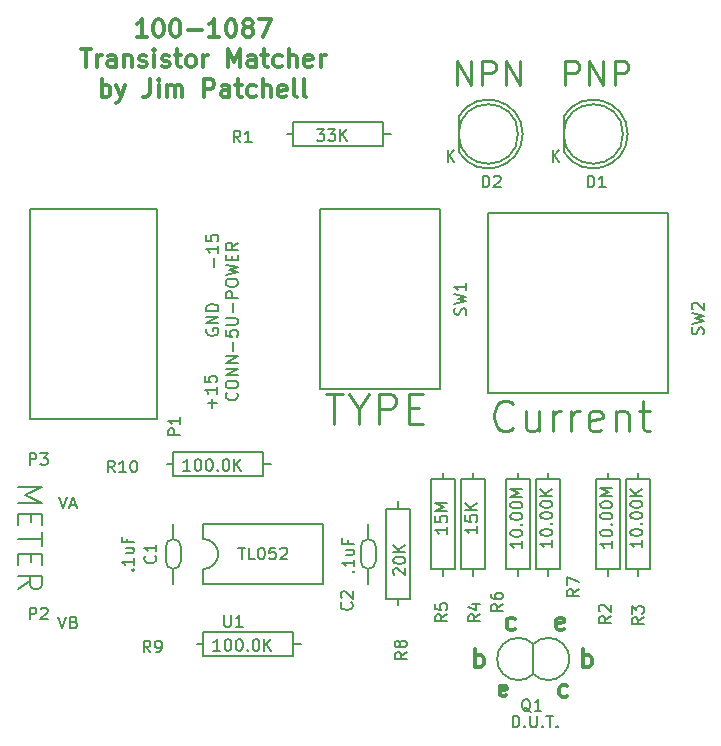
<source format=gbr>
G04 #@! TF.FileFunction,Legend,Top*
%FSLAX46Y46*%
G04 Gerber Fmt 4.6, Leading zero omitted, Abs format (unit mm)*
G04 Created by KiCad (PCBNEW (2016-03-22 BZR 6643, Git db8c72c)-product) date 4/2/2016 6:33:22 PM*
%MOMM*%
G01*
G04 APERTURE LIST*
%ADD10C,0.100000*%
%ADD11C,0.203200*%
%ADD12C,0.300000*%
%ADD13C,0.150000*%
%ADD14C,0.254000*%
G04 APERTURE END LIST*
D10*
D11*
X98648762Y-90817096D02*
X100680762Y-90817096D01*
X99229333Y-91494429D01*
X100680762Y-92171762D01*
X98648762Y-92171762D01*
X99713143Y-93139382D02*
X99713143Y-93816715D01*
X98648762Y-94107001D02*
X98648762Y-93139382D01*
X100680762Y-93139382D01*
X100680762Y-94107001D01*
X100680762Y-94687572D02*
X100680762Y-95848715D01*
X98648762Y-95268143D02*
X100680762Y-95268143D01*
X99713143Y-96526048D02*
X99713143Y-97203381D01*
X98648762Y-97493667D02*
X98648762Y-96526048D01*
X100680762Y-96526048D01*
X100680762Y-97493667D01*
X98648762Y-99525666D02*
X99616381Y-98848333D01*
X98648762Y-98364524D02*
X100680762Y-98364524D01*
X100680762Y-99138619D01*
X100584000Y-99332143D01*
X100487238Y-99428904D01*
X100293714Y-99525666D01*
X100003429Y-99525666D01*
X99809905Y-99428904D01*
X99713143Y-99332143D01*
X99616381Y-99138619D01*
X99616381Y-98364524D01*
D12*
X109514287Y-52738571D02*
X108657144Y-52738571D01*
X109085716Y-52738571D02*
X109085716Y-51238571D01*
X108942859Y-51452857D01*
X108800001Y-51595714D01*
X108657144Y-51667143D01*
X110442858Y-51238571D02*
X110585715Y-51238571D01*
X110728572Y-51310000D01*
X110800001Y-51381429D01*
X110871430Y-51524286D01*
X110942858Y-51810000D01*
X110942858Y-52167143D01*
X110871430Y-52452857D01*
X110800001Y-52595714D01*
X110728572Y-52667143D01*
X110585715Y-52738571D01*
X110442858Y-52738571D01*
X110300001Y-52667143D01*
X110228572Y-52595714D01*
X110157144Y-52452857D01*
X110085715Y-52167143D01*
X110085715Y-51810000D01*
X110157144Y-51524286D01*
X110228572Y-51381429D01*
X110300001Y-51310000D01*
X110442858Y-51238571D01*
X111871429Y-51238571D02*
X112014286Y-51238571D01*
X112157143Y-51310000D01*
X112228572Y-51381429D01*
X112300001Y-51524286D01*
X112371429Y-51810000D01*
X112371429Y-52167143D01*
X112300001Y-52452857D01*
X112228572Y-52595714D01*
X112157143Y-52667143D01*
X112014286Y-52738571D01*
X111871429Y-52738571D01*
X111728572Y-52667143D01*
X111657143Y-52595714D01*
X111585715Y-52452857D01*
X111514286Y-52167143D01*
X111514286Y-51810000D01*
X111585715Y-51524286D01*
X111657143Y-51381429D01*
X111728572Y-51310000D01*
X111871429Y-51238571D01*
X113014286Y-52167143D02*
X114157143Y-52167143D01*
X115657143Y-52738571D02*
X114800000Y-52738571D01*
X115228572Y-52738571D02*
X115228572Y-51238571D01*
X115085715Y-51452857D01*
X114942857Y-51595714D01*
X114800000Y-51667143D01*
X116585714Y-51238571D02*
X116728571Y-51238571D01*
X116871428Y-51310000D01*
X116942857Y-51381429D01*
X117014286Y-51524286D01*
X117085714Y-51810000D01*
X117085714Y-52167143D01*
X117014286Y-52452857D01*
X116942857Y-52595714D01*
X116871428Y-52667143D01*
X116728571Y-52738571D01*
X116585714Y-52738571D01*
X116442857Y-52667143D01*
X116371428Y-52595714D01*
X116300000Y-52452857D01*
X116228571Y-52167143D01*
X116228571Y-51810000D01*
X116300000Y-51524286D01*
X116371428Y-51381429D01*
X116442857Y-51310000D01*
X116585714Y-51238571D01*
X117942857Y-51881429D02*
X117799999Y-51810000D01*
X117728571Y-51738571D01*
X117657142Y-51595714D01*
X117657142Y-51524286D01*
X117728571Y-51381429D01*
X117799999Y-51310000D01*
X117942857Y-51238571D01*
X118228571Y-51238571D01*
X118371428Y-51310000D01*
X118442857Y-51381429D01*
X118514285Y-51524286D01*
X118514285Y-51595714D01*
X118442857Y-51738571D01*
X118371428Y-51810000D01*
X118228571Y-51881429D01*
X117942857Y-51881429D01*
X117799999Y-51952857D01*
X117728571Y-52024286D01*
X117657142Y-52167143D01*
X117657142Y-52452857D01*
X117728571Y-52595714D01*
X117799999Y-52667143D01*
X117942857Y-52738571D01*
X118228571Y-52738571D01*
X118371428Y-52667143D01*
X118442857Y-52595714D01*
X118514285Y-52452857D01*
X118514285Y-52167143D01*
X118442857Y-52024286D01*
X118371428Y-51952857D01*
X118228571Y-51881429D01*
X119014285Y-51238571D02*
X120014285Y-51238571D01*
X119371428Y-52738571D01*
X103942857Y-53788571D02*
X104800000Y-53788571D01*
X104371429Y-55288571D02*
X104371429Y-53788571D01*
X105300000Y-55288571D02*
X105300000Y-54288571D01*
X105300000Y-54574286D02*
X105371428Y-54431429D01*
X105442857Y-54360000D01*
X105585714Y-54288571D01*
X105728571Y-54288571D01*
X106871428Y-55288571D02*
X106871428Y-54502857D01*
X106799999Y-54360000D01*
X106657142Y-54288571D01*
X106371428Y-54288571D01*
X106228571Y-54360000D01*
X106871428Y-55217143D02*
X106728571Y-55288571D01*
X106371428Y-55288571D01*
X106228571Y-55217143D01*
X106157142Y-55074286D01*
X106157142Y-54931429D01*
X106228571Y-54788571D01*
X106371428Y-54717143D01*
X106728571Y-54717143D01*
X106871428Y-54645714D01*
X107585714Y-54288571D02*
X107585714Y-55288571D01*
X107585714Y-54431429D02*
X107657142Y-54360000D01*
X107800000Y-54288571D01*
X108014285Y-54288571D01*
X108157142Y-54360000D01*
X108228571Y-54502857D01*
X108228571Y-55288571D01*
X108871428Y-55217143D02*
X109014285Y-55288571D01*
X109300000Y-55288571D01*
X109442857Y-55217143D01*
X109514285Y-55074286D01*
X109514285Y-55002857D01*
X109442857Y-54860000D01*
X109300000Y-54788571D01*
X109085714Y-54788571D01*
X108942857Y-54717143D01*
X108871428Y-54574286D01*
X108871428Y-54502857D01*
X108942857Y-54360000D01*
X109085714Y-54288571D01*
X109300000Y-54288571D01*
X109442857Y-54360000D01*
X110157143Y-55288571D02*
X110157143Y-54288571D01*
X110157143Y-53788571D02*
X110085714Y-53860000D01*
X110157143Y-53931429D01*
X110228571Y-53860000D01*
X110157143Y-53788571D01*
X110157143Y-53931429D01*
X110800000Y-55217143D02*
X110942857Y-55288571D01*
X111228572Y-55288571D01*
X111371429Y-55217143D01*
X111442857Y-55074286D01*
X111442857Y-55002857D01*
X111371429Y-54860000D01*
X111228572Y-54788571D01*
X111014286Y-54788571D01*
X110871429Y-54717143D01*
X110800000Y-54574286D01*
X110800000Y-54502857D01*
X110871429Y-54360000D01*
X111014286Y-54288571D01*
X111228572Y-54288571D01*
X111371429Y-54360000D01*
X111871429Y-54288571D02*
X112442858Y-54288571D01*
X112085715Y-53788571D02*
X112085715Y-55074286D01*
X112157143Y-55217143D01*
X112300001Y-55288571D01*
X112442858Y-55288571D01*
X113157144Y-55288571D02*
X113014286Y-55217143D01*
X112942858Y-55145714D01*
X112871429Y-55002857D01*
X112871429Y-54574286D01*
X112942858Y-54431429D01*
X113014286Y-54360000D01*
X113157144Y-54288571D01*
X113371429Y-54288571D01*
X113514286Y-54360000D01*
X113585715Y-54431429D01*
X113657144Y-54574286D01*
X113657144Y-55002857D01*
X113585715Y-55145714D01*
X113514286Y-55217143D01*
X113371429Y-55288571D01*
X113157144Y-55288571D01*
X114300001Y-55288571D02*
X114300001Y-54288571D01*
X114300001Y-54574286D02*
X114371429Y-54431429D01*
X114442858Y-54360000D01*
X114585715Y-54288571D01*
X114728572Y-54288571D01*
X116371429Y-55288571D02*
X116371429Y-53788571D01*
X116871429Y-54860000D01*
X117371429Y-53788571D01*
X117371429Y-55288571D01*
X118728572Y-55288571D02*
X118728572Y-54502857D01*
X118657143Y-54360000D01*
X118514286Y-54288571D01*
X118228572Y-54288571D01*
X118085715Y-54360000D01*
X118728572Y-55217143D02*
X118585715Y-55288571D01*
X118228572Y-55288571D01*
X118085715Y-55217143D01*
X118014286Y-55074286D01*
X118014286Y-54931429D01*
X118085715Y-54788571D01*
X118228572Y-54717143D01*
X118585715Y-54717143D01*
X118728572Y-54645714D01*
X119228572Y-54288571D02*
X119800001Y-54288571D01*
X119442858Y-53788571D02*
X119442858Y-55074286D01*
X119514286Y-55217143D01*
X119657144Y-55288571D01*
X119800001Y-55288571D01*
X120942858Y-55217143D02*
X120800001Y-55288571D01*
X120514287Y-55288571D01*
X120371429Y-55217143D01*
X120300001Y-55145714D01*
X120228572Y-55002857D01*
X120228572Y-54574286D01*
X120300001Y-54431429D01*
X120371429Y-54360000D01*
X120514287Y-54288571D01*
X120800001Y-54288571D01*
X120942858Y-54360000D01*
X121585715Y-55288571D02*
X121585715Y-53788571D01*
X122228572Y-55288571D02*
X122228572Y-54502857D01*
X122157143Y-54360000D01*
X122014286Y-54288571D01*
X121800001Y-54288571D01*
X121657143Y-54360000D01*
X121585715Y-54431429D01*
X123514286Y-55217143D02*
X123371429Y-55288571D01*
X123085715Y-55288571D01*
X122942858Y-55217143D01*
X122871429Y-55074286D01*
X122871429Y-54502857D01*
X122942858Y-54360000D01*
X123085715Y-54288571D01*
X123371429Y-54288571D01*
X123514286Y-54360000D01*
X123585715Y-54502857D01*
X123585715Y-54645714D01*
X122871429Y-54788571D01*
X124228572Y-55288571D02*
X124228572Y-54288571D01*
X124228572Y-54574286D02*
X124300000Y-54431429D01*
X124371429Y-54360000D01*
X124514286Y-54288571D01*
X124657143Y-54288571D01*
X105728572Y-57838571D02*
X105728572Y-56338571D01*
X105728572Y-56910000D02*
X105871429Y-56838571D01*
X106157143Y-56838571D01*
X106300000Y-56910000D01*
X106371429Y-56981429D01*
X106442858Y-57124286D01*
X106442858Y-57552857D01*
X106371429Y-57695714D01*
X106300000Y-57767143D01*
X106157143Y-57838571D01*
X105871429Y-57838571D01*
X105728572Y-57767143D01*
X106942858Y-56838571D02*
X107300001Y-57838571D01*
X107657143Y-56838571D02*
X107300001Y-57838571D01*
X107157143Y-58195714D01*
X107085715Y-58267143D01*
X106942858Y-58338571D01*
X109800000Y-56338571D02*
X109800000Y-57410000D01*
X109728572Y-57624286D01*
X109585715Y-57767143D01*
X109371429Y-57838571D01*
X109228572Y-57838571D01*
X110514286Y-57838571D02*
X110514286Y-56838571D01*
X110514286Y-56338571D02*
X110442857Y-56410000D01*
X110514286Y-56481429D01*
X110585714Y-56410000D01*
X110514286Y-56338571D01*
X110514286Y-56481429D01*
X111228572Y-57838571D02*
X111228572Y-56838571D01*
X111228572Y-56981429D02*
X111300000Y-56910000D01*
X111442858Y-56838571D01*
X111657143Y-56838571D01*
X111800000Y-56910000D01*
X111871429Y-57052857D01*
X111871429Y-57838571D01*
X111871429Y-57052857D02*
X111942858Y-56910000D01*
X112085715Y-56838571D01*
X112300000Y-56838571D01*
X112442858Y-56910000D01*
X112514286Y-57052857D01*
X112514286Y-57838571D01*
X114371429Y-57838571D02*
X114371429Y-56338571D01*
X114942857Y-56338571D01*
X115085715Y-56410000D01*
X115157143Y-56481429D01*
X115228572Y-56624286D01*
X115228572Y-56838571D01*
X115157143Y-56981429D01*
X115085715Y-57052857D01*
X114942857Y-57124286D01*
X114371429Y-57124286D01*
X116514286Y-57838571D02*
X116514286Y-57052857D01*
X116442857Y-56910000D01*
X116300000Y-56838571D01*
X116014286Y-56838571D01*
X115871429Y-56910000D01*
X116514286Y-57767143D02*
X116371429Y-57838571D01*
X116014286Y-57838571D01*
X115871429Y-57767143D01*
X115800000Y-57624286D01*
X115800000Y-57481429D01*
X115871429Y-57338571D01*
X116014286Y-57267143D01*
X116371429Y-57267143D01*
X116514286Y-57195714D01*
X117014286Y-56838571D02*
X117585715Y-56838571D01*
X117228572Y-56338571D02*
X117228572Y-57624286D01*
X117300000Y-57767143D01*
X117442858Y-57838571D01*
X117585715Y-57838571D01*
X118728572Y-57767143D02*
X118585715Y-57838571D01*
X118300001Y-57838571D01*
X118157143Y-57767143D01*
X118085715Y-57695714D01*
X118014286Y-57552857D01*
X118014286Y-57124286D01*
X118085715Y-56981429D01*
X118157143Y-56910000D01*
X118300001Y-56838571D01*
X118585715Y-56838571D01*
X118728572Y-56910000D01*
X119371429Y-57838571D02*
X119371429Y-56338571D01*
X120014286Y-57838571D02*
X120014286Y-57052857D01*
X119942857Y-56910000D01*
X119800000Y-56838571D01*
X119585715Y-56838571D01*
X119442857Y-56910000D01*
X119371429Y-56981429D01*
X121300000Y-57767143D02*
X121157143Y-57838571D01*
X120871429Y-57838571D01*
X120728572Y-57767143D01*
X120657143Y-57624286D01*
X120657143Y-57052857D01*
X120728572Y-56910000D01*
X120871429Y-56838571D01*
X121157143Y-56838571D01*
X121300000Y-56910000D01*
X121371429Y-57052857D01*
X121371429Y-57195714D01*
X120657143Y-57338571D01*
X122228572Y-57838571D02*
X122085714Y-57767143D01*
X122014286Y-57624286D01*
X122014286Y-56338571D01*
X123014286Y-57838571D02*
X122871428Y-57767143D01*
X122800000Y-57624286D01*
X122800000Y-56338571D01*
X140692143Y-102842143D02*
X140549286Y-102913571D01*
X140263572Y-102913571D01*
X140120714Y-102842143D01*
X140049286Y-102770714D01*
X139977857Y-102627857D01*
X139977857Y-102199286D01*
X140049286Y-102056429D01*
X140120714Y-101985000D01*
X140263572Y-101913571D01*
X140549286Y-101913571D01*
X140692143Y-101985000D01*
X145137143Y-108557143D02*
X144994286Y-108628571D01*
X144708572Y-108628571D01*
X144565714Y-108557143D01*
X144494286Y-108485714D01*
X144422857Y-108342857D01*
X144422857Y-107914286D01*
X144494286Y-107771429D01*
X144565714Y-107700000D01*
X144708572Y-107628571D01*
X144994286Y-107628571D01*
X145137143Y-107700000D01*
X146490572Y-106088571D02*
X146490572Y-104588571D01*
X146490572Y-105160000D02*
X146633429Y-105088571D01*
X146919143Y-105088571D01*
X147062000Y-105160000D01*
X147133429Y-105231429D01*
X147204858Y-105374286D01*
X147204858Y-105802857D01*
X147133429Y-105945714D01*
X147062000Y-106017143D01*
X146919143Y-106088571D01*
X146633429Y-106088571D01*
X146490572Y-106017143D01*
X137346572Y-106088571D02*
X137346572Y-104588571D01*
X137346572Y-105160000D02*
X137489429Y-105088571D01*
X137775143Y-105088571D01*
X137918000Y-105160000D01*
X137989429Y-105231429D01*
X138060858Y-105374286D01*
X138060858Y-105802857D01*
X137989429Y-105945714D01*
X137918000Y-106017143D01*
X137775143Y-106088571D01*
X137489429Y-106088571D01*
X137346572Y-106017143D01*
X144811714Y-102842143D02*
X144668857Y-102913571D01*
X144383143Y-102913571D01*
X144240286Y-102842143D01*
X144168857Y-102699286D01*
X144168857Y-102127857D01*
X144240286Y-101985000D01*
X144383143Y-101913571D01*
X144668857Y-101913571D01*
X144811714Y-101985000D01*
X144883143Y-102127857D01*
X144883143Y-102270714D01*
X144168857Y-102413571D01*
X139941905Y-108464048D02*
X139820953Y-108524524D01*
X139579048Y-108524524D01*
X139458096Y-108464048D01*
X139397620Y-108343095D01*
X139397620Y-107859286D01*
X139458096Y-107738333D01*
X139579048Y-107677857D01*
X139820953Y-107677857D01*
X139941905Y-107738333D01*
X140002382Y-107859286D01*
X140002382Y-107980238D01*
X139397620Y-108101190D01*
D13*
X111125000Y-97155000D02*
G75*
G03X111760000Y-97790000I635000J0D01*
G01*
X111760000Y-97790000D02*
G75*
G03X112395000Y-97155000I0J635000D01*
G01*
X111760000Y-95250000D02*
G75*
G03X111125000Y-95885000I0J-635000D01*
G01*
X112395000Y-95885000D02*
G75*
G03X111760000Y-95250000I-635000J0D01*
G01*
X111125000Y-95885000D02*
X111125000Y-97155000D01*
X112395000Y-95885000D02*
X112395000Y-97155000D01*
X111760000Y-99060000D02*
X111760000Y-97790000D01*
X111760000Y-93980000D02*
X111760000Y-95250000D01*
X128905000Y-95885000D02*
G75*
G03X128270000Y-95250000I-635000J0D01*
G01*
X128270000Y-95250000D02*
G75*
G03X127635000Y-95885000I0J-635000D01*
G01*
X128270000Y-97790000D02*
G75*
G03X128905000Y-97155000I0J635000D01*
G01*
X127635000Y-97155000D02*
G75*
G03X128270000Y-97790000I635000J0D01*
G01*
X128905000Y-97155000D02*
X128905000Y-95885000D01*
X127635000Y-97155000D02*
X127635000Y-95885000D01*
X128270000Y-93980000D02*
X128270000Y-95250000D01*
X128270000Y-99060000D02*
X128270000Y-97790000D01*
X144835112Y-62484904D02*
G75*
G03X144820000Y-59460000I2484888J1524904D01*
G01*
X144820000Y-62460000D02*
X144820000Y-59460000D01*
X149837936Y-60960000D02*
G75*
G03X149837936Y-60960000I-2517936J0D01*
G01*
X135945112Y-62484904D02*
G75*
G03X135930000Y-59460000I2484888J1524904D01*
G01*
X135930000Y-62460000D02*
X135930000Y-59460000D01*
X140947936Y-60960000D02*
G75*
G03X140947936Y-60960000I-2517936J0D01*
G01*
X110413800Y-85090000D02*
X110413800Y-67310000D01*
X110413800Y-67310000D02*
X99618800Y-67310000D01*
X99618800Y-67310000D02*
X99618800Y-85090000D01*
X99618800Y-85090000D02*
X110413800Y-85090000D01*
X121920000Y-59944000D02*
X121920000Y-61976000D01*
X129540000Y-59944000D02*
X129540000Y-61976000D01*
X121920000Y-60960000D02*
X121412000Y-60960000D01*
X130175000Y-60960000D02*
X129540000Y-60960000D01*
X121920000Y-61976000D02*
X129540000Y-61976000D01*
X129540000Y-59944000D02*
X121920000Y-59944000D01*
X149606000Y-90148951D02*
X147574000Y-90148951D01*
X149606000Y-97768951D02*
X147574000Y-97768951D01*
X148590000Y-90148951D02*
X148590000Y-89640951D01*
X148590000Y-98403951D02*
X148590000Y-97768951D01*
X147574000Y-90148951D02*
X147574000Y-97768951D01*
X149606000Y-97768951D02*
X149606000Y-90148951D01*
X152146000Y-90170000D02*
X150114000Y-90170000D01*
X152146000Y-97790000D02*
X150114000Y-97790000D01*
X151130000Y-90170000D02*
X151130000Y-89662000D01*
X151130000Y-98425000D02*
X151130000Y-97790000D01*
X150114000Y-90170000D02*
X150114000Y-97790000D01*
X152146000Y-97790000D02*
X152146000Y-90170000D01*
X138176000Y-90170000D02*
X136144000Y-90170000D01*
X138176000Y-97790000D02*
X136144000Y-97790000D01*
X137160000Y-90170000D02*
X137160000Y-89662000D01*
X137160000Y-98425000D02*
X137160000Y-97790000D01*
X136144000Y-90170000D02*
X136144000Y-97790000D01*
X138176000Y-97790000D02*
X138176000Y-90170000D01*
X135636000Y-90170000D02*
X133604000Y-90170000D01*
X135636000Y-97790000D02*
X133604000Y-97790000D01*
X134620000Y-90170000D02*
X134620000Y-89662000D01*
X134620000Y-98425000D02*
X134620000Y-97790000D01*
X133604000Y-90170000D02*
X133604000Y-97790000D01*
X135636000Y-97790000D02*
X135636000Y-90170000D01*
X141986000Y-90170000D02*
X139954000Y-90170000D01*
X141986000Y-97790000D02*
X139954000Y-97790000D01*
X140970000Y-90170000D02*
X140970000Y-89662000D01*
X140970000Y-98425000D02*
X140970000Y-97790000D01*
X139954000Y-90170000D02*
X139954000Y-97790000D01*
X141986000Y-97790000D02*
X141986000Y-90170000D01*
X144526000Y-90170000D02*
X142494000Y-90170000D01*
X144526000Y-97790000D02*
X142494000Y-97790000D01*
X143510000Y-90170000D02*
X143510000Y-89662000D01*
X143510000Y-98425000D02*
X143510000Y-97790000D01*
X142494000Y-90170000D02*
X142494000Y-97790000D01*
X144526000Y-97790000D02*
X144526000Y-90170000D01*
X129794000Y-100330000D02*
X131826000Y-100330000D01*
X129794000Y-92710000D02*
X131826000Y-92710000D01*
X130810000Y-100330000D02*
X130810000Y-100838000D01*
X130810000Y-92075000D02*
X130810000Y-92710000D01*
X131826000Y-100330000D02*
X131826000Y-92710000D01*
X129794000Y-92710000D02*
X129794000Y-100330000D01*
X114300000Y-103124000D02*
X114300000Y-105156000D01*
X121920000Y-103124000D02*
X121920000Y-105156000D01*
X114300000Y-104140000D02*
X113792000Y-104140000D01*
X122555000Y-104140000D02*
X121920000Y-104140000D01*
X114300000Y-105156000D02*
X121920000Y-105156000D01*
X121920000Y-103124000D02*
X114300000Y-103124000D01*
X111760000Y-87884000D02*
X111760000Y-89916000D01*
X119380000Y-87884000D02*
X119380000Y-89916000D01*
X111760000Y-88900000D02*
X111252000Y-88900000D01*
X120015000Y-88900000D02*
X119380000Y-88900000D01*
X111760000Y-89916000D02*
X119380000Y-89916000D01*
X119380000Y-87884000D02*
X111760000Y-87884000D01*
X124180600Y-82550000D02*
X134340600Y-82550000D01*
X124180600Y-67310000D02*
X124180600Y-82550000D01*
X134340600Y-67310000D02*
X124180600Y-67310000D01*
X134340600Y-82550000D02*
X134340600Y-67310000D01*
X138430000Y-67691000D02*
X138430000Y-82931000D01*
X153670000Y-67691000D02*
X138430000Y-67691000D01*
X153670000Y-82931000D02*
X153670000Y-67691000D01*
X138430000Y-82931000D02*
X153670000Y-82931000D01*
X114300000Y-97790000D02*
G75*
G03X115570000Y-96520000I0J1270000D01*
G01*
X115570000Y-96520000D02*
G75*
G03X114300000Y-95250000I-1270000J0D01*
G01*
X114300000Y-93980000D02*
X114300000Y-95250000D01*
X114300000Y-93980000D02*
X124460000Y-93980000D01*
X124460000Y-93980000D02*
X124460000Y-99060000D01*
X124460000Y-99060000D02*
X114300000Y-99060000D01*
X114300000Y-99060000D02*
X114300000Y-97790000D01*
X142240000Y-106680000D02*
G75*
G03X144780000Y-106680000I1270000J1270000D01*
G01*
X144780000Y-106680000D02*
G75*
G03X144780000Y-104140000I-1270000J1270000D01*
G01*
X144780000Y-104140000D02*
G75*
G03X142240000Y-104140000I-1270000J-1270000D01*
G01*
X142240000Y-104140000D02*
G75*
G03X139700000Y-104140000I-1270000J-1270000D01*
G01*
X139700000Y-104140000D02*
G75*
G03X139700000Y-106680000I1270000J-1270000D01*
G01*
X139700000Y-106680000D02*
G75*
G03X142240000Y-106680000I1270000J1270000D01*
G01*
X142240000Y-106680000D02*
X142240000Y-104140000D01*
X110212143Y-96686666D02*
X110259762Y-96734285D01*
X110307381Y-96877142D01*
X110307381Y-96972380D01*
X110259762Y-97115238D01*
X110164524Y-97210476D01*
X110069286Y-97258095D01*
X109878810Y-97305714D01*
X109735952Y-97305714D01*
X109545476Y-97258095D01*
X109450238Y-97210476D01*
X109355000Y-97115238D01*
X109307381Y-96972380D01*
X109307381Y-96877142D01*
X109355000Y-96734285D01*
X109402619Y-96686666D01*
X110307381Y-95734285D02*
X110307381Y-96305714D01*
X110307381Y-96020000D02*
X109307381Y-96020000D01*
X109450238Y-96115238D01*
X109545476Y-96210476D01*
X109593095Y-96305714D01*
X108307143Y-97877143D02*
X108354762Y-97829524D01*
X108402381Y-97877143D01*
X108354762Y-97924762D01*
X108307143Y-97877143D01*
X108402381Y-97877143D01*
X108402381Y-96877143D02*
X108402381Y-97448572D01*
X108402381Y-97162858D02*
X107402381Y-97162858D01*
X107545238Y-97258096D01*
X107640476Y-97353334D01*
X107688095Y-97448572D01*
X107735714Y-96020000D02*
X108402381Y-96020000D01*
X107735714Y-96448572D02*
X108259524Y-96448572D01*
X108354762Y-96400953D01*
X108402381Y-96305715D01*
X108402381Y-96162857D01*
X108354762Y-96067619D01*
X108307143Y-96020000D01*
X107878571Y-95210476D02*
X107878571Y-95543810D01*
X108402381Y-95543810D02*
X107402381Y-95543810D01*
X107402381Y-95067619D01*
X126849143Y-100623666D02*
X126896762Y-100671285D01*
X126944381Y-100814142D01*
X126944381Y-100909380D01*
X126896762Y-101052238D01*
X126801524Y-101147476D01*
X126706286Y-101195095D01*
X126515810Y-101242714D01*
X126372952Y-101242714D01*
X126182476Y-101195095D01*
X126087238Y-101147476D01*
X125992000Y-101052238D01*
X125944381Y-100909380D01*
X125944381Y-100814142D01*
X125992000Y-100671285D01*
X126039619Y-100623666D01*
X126039619Y-100242714D02*
X125992000Y-100195095D01*
X125944381Y-100099857D01*
X125944381Y-99861761D01*
X125992000Y-99766523D01*
X126039619Y-99718904D01*
X126134857Y-99671285D01*
X126230095Y-99671285D01*
X126372952Y-99718904D01*
X126944381Y-100290333D01*
X126944381Y-99671285D01*
X126976143Y-98004143D02*
X127023762Y-97956524D01*
X127071381Y-98004143D01*
X127023762Y-98051762D01*
X126976143Y-98004143D01*
X127071381Y-98004143D01*
X127071381Y-97004143D02*
X127071381Y-97575572D01*
X127071381Y-97289858D02*
X126071381Y-97289858D01*
X126214238Y-97385096D01*
X126309476Y-97480334D01*
X126357095Y-97575572D01*
X126404714Y-96147000D02*
X127071381Y-96147000D01*
X126404714Y-96575572D02*
X126928524Y-96575572D01*
X127023762Y-96527953D01*
X127071381Y-96432715D01*
X127071381Y-96289857D01*
X127023762Y-96194619D01*
X126976143Y-96147000D01*
X126547571Y-95337476D02*
X126547571Y-95670810D01*
X127071381Y-95670810D02*
X126071381Y-95670810D01*
X126071381Y-95194619D01*
X146835905Y-65476381D02*
X146835905Y-64476381D01*
X147074000Y-64476381D01*
X147216858Y-64524000D01*
X147312096Y-64619238D01*
X147359715Y-64714476D01*
X147407334Y-64904952D01*
X147407334Y-65047810D01*
X147359715Y-65238286D01*
X147312096Y-65333524D01*
X147216858Y-65428762D01*
X147074000Y-65476381D01*
X146835905Y-65476381D01*
X148359715Y-65476381D02*
X147788286Y-65476381D01*
X148074000Y-65476381D02*
X148074000Y-64476381D01*
X147978762Y-64619238D01*
X147883524Y-64714476D01*
X147788286Y-64762095D01*
D14*
X144961429Y-56799238D02*
X144961429Y-54767238D01*
X145735524Y-54767238D01*
X145929048Y-54864000D01*
X146025809Y-54960762D01*
X146122571Y-55154286D01*
X146122571Y-55444571D01*
X146025809Y-55638095D01*
X145929048Y-55734857D01*
X145735524Y-55831619D01*
X144961429Y-55831619D01*
X146993429Y-56799238D02*
X146993429Y-54767238D01*
X148154571Y-56799238D01*
X148154571Y-54767238D01*
X149122191Y-56799238D02*
X149122191Y-54767238D01*
X149896286Y-54767238D01*
X150089810Y-54864000D01*
X150186571Y-54960762D01*
X150283333Y-55154286D01*
X150283333Y-55444571D01*
X150186571Y-55638095D01*
X150089810Y-55734857D01*
X149896286Y-55831619D01*
X149122191Y-55831619D01*
D13*
X143883095Y-63317381D02*
X143883095Y-62317381D01*
X144454524Y-63317381D02*
X144025952Y-62745952D01*
X144454524Y-62317381D02*
X143883095Y-62888810D01*
X137945905Y-65476381D02*
X137945905Y-64476381D01*
X138184000Y-64476381D01*
X138326858Y-64524000D01*
X138422096Y-64619238D01*
X138469715Y-64714476D01*
X138517334Y-64904952D01*
X138517334Y-65047810D01*
X138469715Y-65238286D01*
X138422096Y-65333524D01*
X138326858Y-65428762D01*
X138184000Y-65476381D01*
X137945905Y-65476381D01*
X138898286Y-64571619D02*
X138945905Y-64524000D01*
X139041143Y-64476381D01*
X139279239Y-64476381D01*
X139374477Y-64524000D01*
X139422096Y-64571619D01*
X139469715Y-64666857D01*
X139469715Y-64762095D01*
X139422096Y-64904952D01*
X138850667Y-65476381D01*
X139469715Y-65476381D01*
D14*
X135769048Y-56799238D02*
X135769048Y-54767238D01*
X136930190Y-56799238D01*
X136930190Y-54767238D01*
X137897810Y-56799238D02*
X137897810Y-54767238D01*
X138671905Y-54767238D01*
X138865429Y-54864000D01*
X138962190Y-54960762D01*
X139058952Y-55154286D01*
X139058952Y-55444571D01*
X138962190Y-55638095D01*
X138865429Y-55734857D01*
X138671905Y-55831619D01*
X137897810Y-55831619D01*
X139929810Y-56799238D02*
X139929810Y-54767238D01*
X141090952Y-56799238D01*
X141090952Y-54767238D01*
D13*
X134993095Y-63317381D02*
X134993095Y-62317381D01*
X135564524Y-63317381D02*
X135135952Y-62745952D01*
X135564524Y-62317381D02*
X134993095Y-62888810D01*
X112339381Y-86463095D02*
X111339381Y-86463095D01*
X111339381Y-86082142D01*
X111387000Y-85986904D01*
X111434619Y-85939285D01*
X111529857Y-85891666D01*
X111672714Y-85891666D01*
X111767952Y-85939285D01*
X111815571Y-85986904D01*
X111863190Y-86082142D01*
X111863190Y-86463095D01*
X112339381Y-84939285D02*
X112339381Y-85510714D01*
X112339381Y-85225000D02*
X111339381Y-85225000D01*
X111482238Y-85320238D01*
X111577476Y-85415476D01*
X111625095Y-85510714D01*
X117120943Y-82882618D02*
X117168562Y-82930237D01*
X117216181Y-83073094D01*
X117216181Y-83168332D01*
X117168562Y-83311190D01*
X117073324Y-83406428D01*
X116978086Y-83454047D01*
X116787610Y-83501666D01*
X116644752Y-83501666D01*
X116454276Y-83454047D01*
X116359038Y-83406428D01*
X116263800Y-83311190D01*
X116216181Y-83168332D01*
X116216181Y-83073094D01*
X116263800Y-82930237D01*
X116311419Y-82882618D01*
X116216181Y-82263571D02*
X116216181Y-82073094D01*
X116263800Y-81977856D01*
X116359038Y-81882618D01*
X116549514Y-81834999D01*
X116882848Y-81834999D01*
X117073324Y-81882618D01*
X117168562Y-81977856D01*
X117216181Y-82073094D01*
X117216181Y-82263571D01*
X117168562Y-82358809D01*
X117073324Y-82454047D01*
X116882848Y-82501666D01*
X116549514Y-82501666D01*
X116359038Y-82454047D01*
X116263800Y-82358809D01*
X116216181Y-82263571D01*
X117216181Y-81406428D02*
X116216181Y-81406428D01*
X117216181Y-80834999D01*
X116216181Y-80834999D01*
X117216181Y-80358809D02*
X116216181Y-80358809D01*
X117216181Y-79787380D01*
X116216181Y-79787380D01*
X116835229Y-79311190D02*
X116835229Y-78549285D01*
X116216181Y-77596904D02*
X116216181Y-78073095D01*
X116692371Y-78120714D01*
X116644752Y-78073095D01*
X116597133Y-77977857D01*
X116597133Y-77739761D01*
X116644752Y-77644523D01*
X116692371Y-77596904D01*
X116787610Y-77549285D01*
X117025705Y-77549285D01*
X117120943Y-77596904D01*
X117168562Y-77644523D01*
X117216181Y-77739761D01*
X117216181Y-77977857D01*
X117168562Y-78073095D01*
X117120943Y-78120714D01*
X116216181Y-77120714D02*
X117025705Y-77120714D01*
X117120943Y-77073095D01*
X117168562Y-77025476D01*
X117216181Y-76930238D01*
X117216181Y-76739761D01*
X117168562Y-76644523D01*
X117120943Y-76596904D01*
X117025705Y-76549285D01*
X116216181Y-76549285D01*
X116835229Y-76073095D02*
X116835229Y-75311190D01*
X117216181Y-74835000D02*
X116216181Y-74835000D01*
X116216181Y-74454047D01*
X116263800Y-74358809D01*
X116311419Y-74311190D01*
X116406657Y-74263571D01*
X116549514Y-74263571D01*
X116644752Y-74311190D01*
X116692371Y-74358809D01*
X116739990Y-74454047D01*
X116739990Y-74835000D01*
X116216181Y-73644524D02*
X116216181Y-73454047D01*
X116263800Y-73358809D01*
X116359038Y-73263571D01*
X116549514Y-73215952D01*
X116882848Y-73215952D01*
X117073324Y-73263571D01*
X117168562Y-73358809D01*
X117216181Y-73454047D01*
X117216181Y-73644524D01*
X117168562Y-73739762D01*
X117073324Y-73835000D01*
X116882848Y-73882619D01*
X116549514Y-73882619D01*
X116359038Y-73835000D01*
X116263800Y-73739762D01*
X116216181Y-73644524D01*
X116216181Y-72882619D02*
X117216181Y-72644524D01*
X116501895Y-72454047D01*
X117216181Y-72263571D01*
X116216181Y-72025476D01*
X116692371Y-71644524D02*
X116692371Y-71311190D01*
X117216181Y-71168333D02*
X117216181Y-71644524D01*
X116216181Y-71644524D01*
X116216181Y-71168333D01*
X117216181Y-70168333D02*
X116739990Y-70501667D01*
X117216181Y-70739762D02*
X116216181Y-70739762D01*
X116216181Y-70358809D01*
X116263800Y-70263571D01*
X116311419Y-70215952D01*
X116406657Y-70168333D01*
X116549514Y-70168333D01*
X116644752Y-70215952D01*
X116692371Y-70263571D01*
X116739990Y-70358809D01*
X116739990Y-70739762D01*
X114612800Y-77469904D02*
X114565181Y-77565142D01*
X114565181Y-77707999D01*
X114612800Y-77850857D01*
X114708038Y-77946095D01*
X114803276Y-77993714D01*
X114993752Y-78041333D01*
X115136610Y-78041333D01*
X115327086Y-77993714D01*
X115422324Y-77946095D01*
X115517562Y-77850857D01*
X115565181Y-77707999D01*
X115565181Y-77612761D01*
X115517562Y-77469904D01*
X115469943Y-77422285D01*
X115136610Y-77422285D01*
X115136610Y-77612761D01*
X115565181Y-76993714D02*
X114565181Y-76993714D01*
X115565181Y-76422285D01*
X114565181Y-76422285D01*
X115565181Y-75946095D02*
X114565181Y-75946095D01*
X114565181Y-75708000D01*
X114612800Y-75565142D01*
X114708038Y-75469904D01*
X114803276Y-75422285D01*
X114993752Y-75374666D01*
X115136610Y-75374666D01*
X115327086Y-75422285D01*
X115422324Y-75469904D01*
X115517562Y-75565142D01*
X115565181Y-75708000D01*
X115565181Y-75946095D01*
X115184229Y-72199333D02*
X115184229Y-71437428D01*
X115565181Y-70437428D02*
X115565181Y-71008857D01*
X115565181Y-70723143D02*
X114565181Y-70723143D01*
X114708038Y-70818381D01*
X114803276Y-70913619D01*
X114850895Y-71008857D01*
X114565181Y-69532666D02*
X114565181Y-70008857D01*
X115041371Y-70056476D01*
X114993752Y-70008857D01*
X114946133Y-69913619D01*
X114946133Y-69675523D01*
X114993752Y-69580285D01*
X115041371Y-69532666D01*
X115136610Y-69485047D01*
X115374705Y-69485047D01*
X115469943Y-69532666D01*
X115517562Y-69580285D01*
X115565181Y-69675523D01*
X115565181Y-69913619D01*
X115517562Y-70008857D01*
X115469943Y-70056476D01*
X115057229Y-84137333D02*
X115057229Y-83375428D01*
X115438181Y-83756380D02*
X114676276Y-83756380D01*
X115438181Y-82375428D02*
X115438181Y-82946857D01*
X115438181Y-82661143D02*
X114438181Y-82661143D01*
X114581038Y-82756381D01*
X114676276Y-82851619D01*
X114723895Y-82946857D01*
X114438181Y-81470666D02*
X114438181Y-81946857D01*
X114914371Y-81994476D01*
X114866752Y-81946857D01*
X114819133Y-81851619D01*
X114819133Y-81613523D01*
X114866752Y-81518285D01*
X114914371Y-81470666D01*
X115009610Y-81423047D01*
X115247705Y-81423047D01*
X115342943Y-81470666D01*
X115390562Y-81518285D01*
X115438181Y-81613523D01*
X115438181Y-81851619D01*
X115390562Y-81946857D01*
X115342943Y-81994476D01*
X117435334Y-61666381D02*
X117102000Y-61190190D01*
X116863905Y-61666381D02*
X116863905Y-60666381D01*
X117244858Y-60666381D01*
X117340096Y-60714000D01*
X117387715Y-60761619D01*
X117435334Y-60856857D01*
X117435334Y-60999714D01*
X117387715Y-61094952D01*
X117340096Y-61142571D01*
X117244858Y-61190190D01*
X116863905Y-61190190D01*
X118387715Y-61666381D02*
X117816286Y-61666381D01*
X118102000Y-61666381D02*
X118102000Y-60666381D01*
X118006762Y-60809238D01*
X117911524Y-60904476D01*
X117816286Y-60952095D01*
X123912476Y-60539381D02*
X124531524Y-60539381D01*
X124198190Y-60920333D01*
X124341048Y-60920333D01*
X124436286Y-60967952D01*
X124483905Y-61015571D01*
X124531524Y-61110810D01*
X124531524Y-61348905D01*
X124483905Y-61444143D01*
X124436286Y-61491762D01*
X124341048Y-61539381D01*
X124055333Y-61539381D01*
X123960095Y-61491762D01*
X123912476Y-61444143D01*
X124864857Y-60539381D02*
X125483905Y-60539381D01*
X125150571Y-60920333D01*
X125293429Y-60920333D01*
X125388667Y-60967952D01*
X125436286Y-61015571D01*
X125483905Y-61110810D01*
X125483905Y-61348905D01*
X125436286Y-61444143D01*
X125388667Y-61491762D01*
X125293429Y-61539381D01*
X125007714Y-61539381D01*
X124912476Y-61491762D01*
X124864857Y-61444143D01*
X125912476Y-61539381D02*
X125912476Y-60539381D01*
X126483905Y-61539381D02*
X126055333Y-60967952D01*
X126483905Y-60539381D02*
X125912476Y-61110810D01*
X148788381Y-101766666D02*
X148312190Y-102100000D01*
X148788381Y-102338095D02*
X147788381Y-102338095D01*
X147788381Y-101957142D01*
X147836000Y-101861904D01*
X147883619Y-101814285D01*
X147978857Y-101766666D01*
X148121714Y-101766666D01*
X148216952Y-101814285D01*
X148264571Y-101861904D01*
X148312190Y-101957142D01*
X148312190Y-102338095D01*
X147883619Y-101385714D02*
X147836000Y-101338095D01*
X147788381Y-101242857D01*
X147788381Y-101004761D01*
X147836000Y-100909523D01*
X147883619Y-100861904D01*
X147978857Y-100814285D01*
X148074095Y-100814285D01*
X148216952Y-100861904D01*
X148788381Y-101433333D01*
X148788381Y-100814285D01*
X148915381Y-95403331D02*
X148915381Y-95974760D01*
X148915381Y-95689046D02*
X147915381Y-95689046D01*
X148058238Y-95784284D01*
X148153476Y-95879522D01*
X148201095Y-95974760D01*
X147915381Y-94784284D02*
X147915381Y-94689045D01*
X147963000Y-94593807D01*
X148010619Y-94546188D01*
X148105857Y-94498569D01*
X148296333Y-94450950D01*
X148534429Y-94450950D01*
X148724905Y-94498569D01*
X148820143Y-94546188D01*
X148867762Y-94593807D01*
X148915381Y-94689045D01*
X148915381Y-94784284D01*
X148867762Y-94879522D01*
X148820143Y-94927141D01*
X148724905Y-94974760D01*
X148534429Y-95022379D01*
X148296333Y-95022379D01*
X148105857Y-94974760D01*
X148010619Y-94927141D01*
X147963000Y-94879522D01*
X147915381Y-94784284D01*
X148820143Y-94022379D02*
X148867762Y-93974760D01*
X148915381Y-94022379D01*
X148867762Y-94069998D01*
X148820143Y-94022379D01*
X148915381Y-94022379D01*
X147915381Y-93355713D02*
X147915381Y-93260474D01*
X147963000Y-93165236D01*
X148010619Y-93117617D01*
X148105857Y-93069998D01*
X148296333Y-93022379D01*
X148534429Y-93022379D01*
X148724905Y-93069998D01*
X148820143Y-93117617D01*
X148867762Y-93165236D01*
X148915381Y-93260474D01*
X148915381Y-93355713D01*
X148867762Y-93450951D01*
X148820143Y-93498570D01*
X148724905Y-93546189D01*
X148534429Y-93593808D01*
X148296333Y-93593808D01*
X148105857Y-93546189D01*
X148010619Y-93498570D01*
X147963000Y-93450951D01*
X147915381Y-93355713D01*
X147915381Y-92403332D02*
X147915381Y-92308093D01*
X147963000Y-92212855D01*
X148010619Y-92165236D01*
X148105857Y-92117617D01*
X148296333Y-92069998D01*
X148534429Y-92069998D01*
X148724905Y-92117617D01*
X148820143Y-92165236D01*
X148867762Y-92212855D01*
X148915381Y-92308093D01*
X148915381Y-92403332D01*
X148867762Y-92498570D01*
X148820143Y-92546189D01*
X148724905Y-92593808D01*
X148534429Y-92641427D01*
X148296333Y-92641427D01*
X148105857Y-92593808D01*
X148010619Y-92546189D01*
X147963000Y-92498570D01*
X147915381Y-92403332D01*
X148915381Y-91641427D02*
X147915381Y-91641427D01*
X148629667Y-91308093D01*
X147915381Y-90974760D01*
X148915381Y-90974760D01*
X151582381Y-101893666D02*
X151106190Y-102227000D01*
X151582381Y-102465095D02*
X150582381Y-102465095D01*
X150582381Y-102084142D01*
X150630000Y-101988904D01*
X150677619Y-101941285D01*
X150772857Y-101893666D01*
X150915714Y-101893666D01*
X151010952Y-101941285D01*
X151058571Y-101988904D01*
X151106190Y-102084142D01*
X151106190Y-102465095D01*
X150582381Y-101560333D02*
X150582381Y-100941285D01*
X150963333Y-101274619D01*
X150963333Y-101131761D01*
X151010952Y-101036523D01*
X151058571Y-100988904D01*
X151153810Y-100941285D01*
X151391905Y-100941285D01*
X151487143Y-100988904D01*
X151534762Y-101036523D01*
X151582381Y-101131761D01*
X151582381Y-101417476D01*
X151534762Y-101512714D01*
X151487143Y-101560333D01*
X151455381Y-95352952D02*
X151455381Y-95924381D01*
X151455381Y-95638667D02*
X150455381Y-95638667D01*
X150598238Y-95733905D01*
X150693476Y-95829143D01*
X150741095Y-95924381D01*
X150455381Y-94733905D02*
X150455381Y-94638666D01*
X150503000Y-94543428D01*
X150550619Y-94495809D01*
X150645857Y-94448190D01*
X150836333Y-94400571D01*
X151074429Y-94400571D01*
X151264905Y-94448190D01*
X151360143Y-94495809D01*
X151407762Y-94543428D01*
X151455381Y-94638666D01*
X151455381Y-94733905D01*
X151407762Y-94829143D01*
X151360143Y-94876762D01*
X151264905Y-94924381D01*
X151074429Y-94972000D01*
X150836333Y-94972000D01*
X150645857Y-94924381D01*
X150550619Y-94876762D01*
X150503000Y-94829143D01*
X150455381Y-94733905D01*
X151360143Y-93972000D02*
X151407762Y-93924381D01*
X151455381Y-93972000D01*
X151407762Y-94019619D01*
X151360143Y-93972000D01*
X151455381Y-93972000D01*
X150455381Y-93305334D02*
X150455381Y-93210095D01*
X150503000Y-93114857D01*
X150550619Y-93067238D01*
X150645857Y-93019619D01*
X150836333Y-92972000D01*
X151074429Y-92972000D01*
X151264905Y-93019619D01*
X151360143Y-93067238D01*
X151407762Y-93114857D01*
X151455381Y-93210095D01*
X151455381Y-93305334D01*
X151407762Y-93400572D01*
X151360143Y-93448191D01*
X151264905Y-93495810D01*
X151074429Y-93543429D01*
X150836333Y-93543429D01*
X150645857Y-93495810D01*
X150550619Y-93448191D01*
X150503000Y-93400572D01*
X150455381Y-93305334D01*
X150455381Y-92352953D02*
X150455381Y-92257714D01*
X150503000Y-92162476D01*
X150550619Y-92114857D01*
X150645857Y-92067238D01*
X150836333Y-92019619D01*
X151074429Y-92019619D01*
X151264905Y-92067238D01*
X151360143Y-92114857D01*
X151407762Y-92162476D01*
X151455381Y-92257714D01*
X151455381Y-92352953D01*
X151407762Y-92448191D01*
X151360143Y-92495810D01*
X151264905Y-92543429D01*
X151074429Y-92591048D01*
X150836333Y-92591048D01*
X150645857Y-92543429D01*
X150550619Y-92495810D01*
X150503000Y-92448191D01*
X150455381Y-92352953D01*
X151455381Y-91591048D02*
X150455381Y-91591048D01*
X151455381Y-91019619D02*
X150883952Y-91448191D01*
X150455381Y-91019619D02*
X151026810Y-91591048D01*
X137739381Y-101639666D02*
X137263190Y-101973000D01*
X137739381Y-102211095D02*
X136739381Y-102211095D01*
X136739381Y-101830142D01*
X136787000Y-101734904D01*
X136834619Y-101687285D01*
X136929857Y-101639666D01*
X137072714Y-101639666D01*
X137167952Y-101687285D01*
X137215571Y-101734904D01*
X137263190Y-101830142D01*
X137263190Y-102211095D01*
X137072714Y-100782523D02*
X137739381Y-100782523D01*
X136691762Y-101020619D02*
X137406048Y-101258714D01*
X137406048Y-100639666D01*
X137485381Y-94162476D02*
X137485381Y-94733905D01*
X137485381Y-94448191D02*
X136485381Y-94448191D01*
X136628238Y-94543429D01*
X136723476Y-94638667D01*
X136771095Y-94733905D01*
X136485381Y-93257714D02*
X136485381Y-93733905D01*
X136961571Y-93781524D01*
X136913952Y-93733905D01*
X136866333Y-93638667D01*
X136866333Y-93400571D01*
X136913952Y-93305333D01*
X136961571Y-93257714D01*
X137056810Y-93210095D01*
X137294905Y-93210095D01*
X137390143Y-93257714D01*
X137437762Y-93305333D01*
X137485381Y-93400571D01*
X137485381Y-93638667D01*
X137437762Y-93733905D01*
X137390143Y-93781524D01*
X137485381Y-92781524D02*
X136485381Y-92781524D01*
X137485381Y-92210095D02*
X136913952Y-92638667D01*
X136485381Y-92210095D02*
X137056810Y-92781524D01*
X134945381Y-101639666D02*
X134469190Y-101973000D01*
X134945381Y-102211095D02*
X133945381Y-102211095D01*
X133945381Y-101830142D01*
X133993000Y-101734904D01*
X134040619Y-101687285D01*
X134135857Y-101639666D01*
X134278714Y-101639666D01*
X134373952Y-101687285D01*
X134421571Y-101734904D01*
X134469190Y-101830142D01*
X134469190Y-102211095D01*
X133945381Y-100734904D02*
X133945381Y-101211095D01*
X134421571Y-101258714D01*
X134373952Y-101211095D01*
X134326333Y-101115857D01*
X134326333Y-100877761D01*
X134373952Y-100782523D01*
X134421571Y-100734904D01*
X134516810Y-100687285D01*
X134754905Y-100687285D01*
X134850143Y-100734904D01*
X134897762Y-100782523D01*
X134945381Y-100877761D01*
X134945381Y-101115857D01*
X134897762Y-101211095D01*
X134850143Y-101258714D01*
X134945381Y-94233904D02*
X134945381Y-94805333D01*
X134945381Y-94519619D02*
X133945381Y-94519619D01*
X134088238Y-94614857D01*
X134183476Y-94710095D01*
X134231095Y-94805333D01*
X133945381Y-93329142D02*
X133945381Y-93805333D01*
X134421571Y-93852952D01*
X134373952Y-93805333D01*
X134326333Y-93710095D01*
X134326333Y-93471999D01*
X134373952Y-93376761D01*
X134421571Y-93329142D01*
X134516810Y-93281523D01*
X134754905Y-93281523D01*
X134850143Y-93329142D01*
X134897762Y-93376761D01*
X134945381Y-93471999D01*
X134945381Y-93710095D01*
X134897762Y-93805333D01*
X134850143Y-93852952D01*
X134945381Y-92852952D02*
X133945381Y-92852952D01*
X134659667Y-92519618D01*
X133945381Y-92186285D01*
X134945381Y-92186285D01*
X139644381Y-100750666D02*
X139168190Y-101084000D01*
X139644381Y-101322095D02*
X138644381Y-101322095D01*
X138644381Y-100941142D01*
X138692000Y-100845904D01*
X138739619Y-100798285D01*
X138834857Y-100750666D01*
X138977714Y-100750666D01*
X139072952Y-100798285D01*
X139120571Y-100845904D01*
X139168190Y-100941142D01*
X139168190Y-101322095D01*
X138644381Y-99893523D02*
X138644381Y-100084000D01*
X138692000Y-100179238D01*
X138739619Y-100226857D01*
X138882476Y-100322095D01*
X139072952Y-100369714D01*
X139453905Y-100369714D01*
X139549143Y-100322095D01*
X139596762Y-100274476D01*
X139644381Y-100179238D01*
X139644381Y-99988761D01*
X139596762Y-99893523D01*
X139549143Y-99845904D01*
X139453905Y-99798285D01*
X139215810Y-99798285D01*
X139120571Y-99845904D01*
X139072952Y-99893523D01*
X139025333Y-99988761D01*
X139025333Y-100179238D01*
X139072952Y-100274476D01*
X139120571Y-100322095D01*
X139215810Y-100369714D01*
X141295381Y-95424380D02*
X141295381Y-95995809D01*
X141295381Y-95710095D02*
X140295381Y-95710095D01*
X140438238Y-95805333D01*
X140533476Y-95900571D01*
X140581095Y-95995809D01*
X140295381Y-94805333D02*
X140295381Y-94710094D01*
X140343000Y-94614856D01*
X140390619Y-94567237D01*
X140485857Y-94519618D01*
X140676333Y-94471999D01*
X140914429Y-94471999D01*
X141104905Y-94519618D01*
X141200143Y-94567237D01*
X141247762Y-94614856D01*
X141295381Y-94710094D01*
X141295381Y-94805333D01*
X141247762Y-94900571D01*
X141200143Y-94948190D01*
X141104905Y-94995809D01*
X140914429Y-95043428D01*
X140676333Y-95043428D01*
X140485857Y-94995809D01*
X140390619Y-94948190D01*
X140343000Y-94900571D01*
X140295381Y-94805333D01*
X141200143Y-94043428D02*
X141247762Y-93995809D01*
X141295381Y-94043428D01*
X141247762Y-94091047D01*
X141200143Y-94043428D01*
X141295381Y-94043428D01*
X140295381Y-93376762D02*
X140295381Y-93281523D01*
X140343000Y-93186285D01*
X140390619Y-93138666D01*
X140485857Y-93091047D01*
X140676333Y-93043428D01*
X140914429Y-93043428D01*
X141104905Y-93091047D01*
X141200143Y-93138666D01*
X141247762Y-93186285D01*
X141295381Y-93281523D01*
X141295381Y-93376762D01*
X141247762Y-93472000D01*
X141200143Y-93519619D01*
X141104905Y-93567238D01*
X140914429Y-93614857D01*
X140676333Y-93614857D01*
X140485857Y-93567238D01*
X140390619Y-93519619D01*
X140343000Y-93472000D01*
X140295381Y-93376762D01*
X140295381Y-92424381D02*
X140295381Y-92329142D01*
X140343000Y-92233904D01*
X140390619Y-92186285D01*
X140485857Y-92138666D01*
X140676333Y-92091047D01*
X140914429Y-92091047D01*
X141104905Y-92138666D01*
X141200143Y-92186285D01*
X141247762Y-92233904D01*
X141295381Y-92329142D01*
X141295381Y-92424381D01*
X141247762Y-92519619D01*
X141200143Y-92567238D01*
X141104905Y-92614857D01*
X140914429Y-92662476D01*
X140676333Y-92662476D01*
X140485857Y-92614857D01*
X140390619Y-92567238D01*
X140343000Y-92519619D01*
X140295381Y-92424381D01*
X141295381Y-91662476D02*
X140295381Y-91662476D01*
X141009667Y-91329142D01*
X140295381Y-90995809D01*
X141295381Y-90995809D01*
X146121381Y-99480666D02*
X145645190Y-99814000D01*
X146121381Y-100052095D02*
X145121381Y-100052095D01*
X145121381Y-99671142D01*
X145169000Y-99575904D01*
X145216619Y-99528285D01*
X145311857Y-99480666D01*
X145454714Y-99480666D01*
X145549952Y-99528285D01*
X145597571Y-99575904D01*
X145645190Y-99671142D01*
X145645190Y-100052095D01*
X145121381Y-99147333D02*
X145121381Y-98480666D01*
X146121381Y-98909238D01*
X143835381Y-95352952D02*
X143835381Y-95924381D01*
X143835381Y-95638667D02*
X142835381Y-95638667D01*
X142978238Y-95733905D01*
X143073476Y-95829143D01*
X143121095Y-95924381D01*
X142835381Y-94733905D02*
X142835381Y-94638666D01*
X142883000Y-94543428D01*
X142930619Y-94495809D01*
X143025857Y-94448190D01*
X143216333Y-94400571D01*
X143454429Y-94400571D01*
X143644905Y-94448190D01*
X143740143Y-94495809D01*
X143787762Y-94543428D01*
X143835381Y-94638666D01*
X143835381Y-94733905D01*
X143787762Y-94829143D01*
X143740143Y-94876762D01*
X143644905Y-94924381D01*
X143454429Y-94972000D01*
X143216333Y-94972000D01*
X143025857Y-94924381D01*
X142930619Y-94876762D01*
X142883000Y-94829143D01*
X142835381Y-94733905D01*
X143740143Y-93972000D02*
X143787762Y-93924381D01*
X143835381Y-93972000D01*
X143787762Y-94019619D01*
X143740143Y-93972000D01*
X143835381Y-93972000D01*
X142835381Y-93305334D02*
X142835381Y-93210095D01*
X142883000Y-93114857D01*
X142930619Y-93067238D01*
X143025857Y-93019619D01*
X143216333Y-92972000D01*
X143454429Y-92972000D01*
X143644905Y-93019619D01*
X143740143Y-93067238D01*
X143787762Y-93114857D01*
X143835381Y-93210095D01*
X143835381Y-93305334D01*
X143787762Y-93400572D01*
X143740143Y-93448191D01*
X143644905Y-93495810D01*
X143454429Y-93543429D01*
X143216333Y-93543429D01*
X143025857Y-93495810D01*
X142930619Y-93448191D01*
X142883000Y-93400572D01*
X142835381Y-93305334D01*
X142835381Y-92352953D02*
X142835381Y-92257714D01*
X142883000Y-92162476D01*
X142930619Y-92114857D01*
X143025857Y-92067238D01*
X143216333Y-92019619D01*
X143454429Y-92019619D01*
X143644905Y-92067238D01*
X143740143Y-92114857D01*
X143787762Y-92162476D01*
X143835381Y-92257714D01*
X143835381Y-92352953D01*
X143787762Y-92448191D01*
X143740143Y-92495810D01*
X143644905Y-92543429D01*
X143454429Y-92591048D01*
X143216333Y-92591048D01*
X143025857Y-92543429D01*
X142930619Y-92495810D01*
X142883000Y-92448191D01*
X142835381Y-92352953D01*
X143835381Y-91591048D02*
X142835381Y-91591048D01*
X143835381Y-91019619D02*
X143263952Y-91448191D01*
X142835381Y-91019619D02*
X143406810Y-91591048D01*
X131516381Y-104814666D02*
X131040190Y-105148000D01*
X131516381Y-105386095D02*
X130516381Y-105386095D01*
X130516381Y-105005142D01*
X130564000Y-104909904D01*
X130611619Y-104862285D01*
X130706857Y-104814666D01*
X130849714Y-104814666D01*
X130944952Y-104862285D01*
X130992571Y-104909904D01*
X131040190Y-105005142D01*
X131040190Y-105386095D01*
X130944952Y-104243238D02*
X130897333Y-104338476D01*
X130849714Y-104386095D01*
X130754476Y-104433714D01*
X130706857Y-104433714D01*
X130611619Y-104386095D01*
X130564000Y-104338476D01*
X130516381Y-104243238D01*
X130516381Y-104052761D01*
X130564000Y-103957523D01*
X130611619Y-103909904D01*
X130706857Y-103862285D01*
X130754476Y-103862285D01*
X130849714Y-103909904D01*
X130897333Y-103957523D01*
X130944952Y-104052761D01*
X130944952Y-104243238D01*
X130992571Y-104338476D01*
X131040190Y-104386095D01*
X131135429Y-104433714D01*
X131325905Y-104433714D01*
X131421143Y-104386095D01*
X131468762Y-104338476D01*
X131516381Y-104243238D01*
X131516381Y-104052761D01*
X131468762Y-103957523D01*
X131421143Y-103909904D01*
X131325905Y-103862285D01*
X131135429Y-103862285D01*
X131040190Y-103909904D01*
X130992571Y-103957523D01*
X130944952Y-104052761D01*
X130484619Y-98289905D02*
X130437000Y-98242286D01*
X130389381Y-98147048D01*
X130389381Y-97908952D01*
X130437000Y-97813714D01*
X130484619Y-97766095D01*
X130579857Y-97718476D01*
X130675095Y-97718476D01*
X130817952Y-97766095D01*
X131389381Y-98337524D01*
X131389381Y-97718476D01*
X130389381Y-97099429D02*
X130389381Y-97004190D01*
X130437000Y-96908952D01*
X130484619Y-96861333D01*
X130579857Y-96813714D01*
X130770333Y-96766095D01*
X131008429Y-96766095D01*
X131198905Y-96813714D01*
X131294143Y-96861333D01*
X131341762Y-96908952D01*
X131389381Y-97004190D01*
X131389381Y-97099429D01*
X131341762Y-97194667D01*
X131294143Y-97242286D01*
X131198905Y-97289905D01*
X131008429Y-97337524D01*
X130770333Y-97337524D01*
X130579857Y-97289905D01*
X130484619Y-97242286D01*
X130437000Y-97194667D01*
X130389381Y-97099429D01*
X131389381Y-96337524D02*
X130389381Y-96337524D01*
X131389381Y-95766095D02*
X130817952Y-96194667D01*
X130389381Y-95766095D02*
X130960810Y-96337524D01*
X109815334Y-104846381D02*
X109482000Y-104370190D01*
X109243905Y-104846381D02*
X109243905Y-103846381D01*
X109624858Y-103846381D01*
X109720096Y-103894000D01*
X109767715Y-103941619D01*
X109815334Y-104036857D01*
X109815334Y-104179714D01*
X109767715Y-104274952D01*
X109720096Y-104322571D01*
X109624858Y-104370190D01*
X109243905Y-104370190D01*
X110291524Y-104846381D02*
X110482000Y-104846381D01*
X110577239Y-104798762D01*
X110624858Y-104751143D01*
X110720096Y-104608286D01*
X110767715Y-104417810D01*
X110767715Y-104036857D01*
X110720096Y-103941619D01*
X110672477Y-103894000D01*
X110577239Y-103846381D01*
X110386762Y-103846381D01*
X110291524Y-103894000D01*
X110243905Y-103941619D01*
X110196286Y-104036857D01*
X110196286Y-104274952D01*
X110243905Y-104370190D01*
X110291524Y-104417810D01*
X110386762Y-104465429D01*
X110577239Y-104465429D01*
X110672477Y-104417810D01*
X110720096Y-104370190D01*
X110767715Y-104274952D01*
X115721048Y-104719381D02*
X115149619Y-104719381D01*
X115435333Y-104719381D02*
X115435333Y-103719381D01*
X115340095Y-103862238D01*
X115244857Y-103957476D01*
X115149619Y-104005095D01*
X116340095Y-103719381D02*
X116435334Y-103719381D01*
X116530572Y-103767000D01*
X116578191Y-103814619D01*
X116625810Y-103909857D01*
X116673429Y-104100333D01*
X116673429Y-104338429D01*
X116625810Y-104528905D01*
X116578191Y-104624143D01*
X116530572Y-104671762D01*
X116435334Y-104719381D01*
X116340095Y-104719381D01*
X116244857Y-104671762D01*
X116197238Y-104624143D01*
X116149619Y-104528905D01*
X116102000Y-104338429D01*
X116102000Y-104100333D01*
X116149619Y-103909857D01*
X116197238Y-103814619D01*
X116244857Y-103767000D01*
X116340095Y-103719381D01*
X117292476Y-103719381D02*
X117387715Y-103719381D01*
X117482953Y-103767000D01*
X117530572Y-103814619D01*
X117578191Y-103909857D01*
X117625810Y-104100333D01*
X117625810Y-104338429D01*
X117578191Y-104528905D01*
X117530572Y-104624143D01*
X117482953Y-104671762D01*
X117387715Y-104719381D01*
X117292476Y-104719381D01*
X117197238Y-104671762D01*
X117149619Y-104624143D01*
X117102000Y-104528905D01*
X117054381Y-104338429D01*
X117054381Y-104100333D01*
X117102000Y-103909857D01*
X117149619Y-103814619D01*
X117197238Y-103767000D01*
X117292476Y-103719381D01*
X118054381Y-104624143D02*
X118102000Y-104671762D01*
X118054381Y-104719381D01*
X118006762Y-104671762D01*
X118054381Y-104624143D01*
X118054381Y-104719381D01*
X118721047Y-103719381D02*
X118816286Y-103719381D01*
X118911524Y-103767000D01*
X118959143Y-103814619D01*
X119006762Y-103909857D01*
X119054381Y-104100333D01*
X119054381Y-104338429D01*
X119006762Y-104528905D01*
X118959143Y-104624143D01*
X118911524Y-104671762D01*
X118816286Y-104719381D01*
X118721047Y-104719381D01*
X118625809Y-104671762D01*
X118578190Y-104624143D01*
X118530571Y-104528905D01*
X118482952Y-104338429D01*
X118482952Y-104100333D01*
X118530571Y-103909857D01*
X118578190Y-103814619D01*
X118625809Y-103767000D01*
X118721047Y-103719381D01*
X119482952Y-104719381D02*
X119482952Y-103719381D01*
X120054381Y-104719381D02*
X119625809Y-104147952D01*
X120054381Y-103719381D02*
X119482952Y-104290810D01*
X106799143Y-89606381D02*
X106465809Y-89130190D01*
X106227714Y-89606381D02*
X106227714Y-88606381D01*
X106608667Y-88606381D01*
X106703905Y-88654000D01*
X106751524Y-88701619D01*
X106799143Y-88796857D01*
X106799143Y-88939714D01*
X106751524Y-89034952D01*
X106703905Y-89082571D01*
X106608667Y-89130190D01*
X106227714Y-89130190D01*
X107751524Y-89606381D02*
X107180095Y-89606381D01*
X107465809Y-89606381D02*
X107465809Y-88606381D01*
X107370571Y-88749238D01*
X107275333Y-88844476D01*
X107180095Y-88892095D01*
X108370571Y-88606381D02*
X108465810Y-88606381D01*
X108561048Y-88654000D01*
X108608667Y-88701619D01*
X108656286Y-88796857D01*
X108703905Y-88987333D01*
X108703905Y-89225429D01*
X108656286Y-89415905D01*
X108608667Y-89511143D01*
X108561048Y-89558762D01*
X108465810Y-89606381D01*
X108370571Y-89606381D01*
X108275333Y-89558762D01*
X108227714Y-89511143D01*
X108180095Y-89415905D01*
X108132476Y-89225429D01*
X108132476Y-88987333D01*
X108180095Y-88796857D01*
X108227714Y-88701619D01*
X108275333Y-88654000D01*
X108370571Y-88606381D01*
X113181048Y-89479381D02*
X112609619Y-89479381D01*
X112895333Y-89479381D02*
X112895333Y-88479381D01*
X112800095Y-88622238D01*
X112704857Y-88717476D01*
X112609619Y-88765095D01*
X113800095Y-88479381D02*
X113895334Y-88479381D01*
X113990572Y-88527000D01*
X114038191Y-88574619D01*
X114085810Y-88669857D01*
X114133429Y-88860333D01*
X114133429Y-89098429D01*
X114085810Y-89288905D01*
X114038191Y-89384143D01*
X113990572Y-89431762D01*
X113895334Y-89479381D01*
X113800095Y-89479381D01*
X113704857Y-89431762D01*
X113657238Y-89384143D01*
X113609619Y-89288905D01*
X113562000Y-89098429D01*
X113562000Y-88860333D01*
X113609619Y-88669857D01*
X113657238Y-88574619D01*
X113704857Y-88527000D01*
X113800095Y-88479381D01*
X114752476Y-88479381D02*
X114847715Y-88479381D01*
X114942953Y-88527000D01*
X114990572Y-88574619D01*
X115038191Y-88669857D01*
X115085810Y-88860333D01*
X115085810Y-89098429D01*
X115038191Y-89288905D01*
X114990572Y-89384143D01*
X114942953Y-89431762D01*
X114847715Y-89479381D01*
X114752476Y-89479381D01*
X114657238Y-89431762D01*
X114609619Y-89384143D01*
X114562000Y-89288905D01*
X114514381Y-89098429D01*
X114514381Y-88860333D01*
X114562000Y-88669857D01*
X114609619Y-88574619D01*
X114657238Y-88527000D01*
X114752476Y-88479381D01*
X115514381Y-89384143D02*
X115562000Y-89431762D01*
X115514381Y-89479381D01*
X115466762Y-89431762D01*
X115514381Y-89384143D01*
X115514381Y-89479381D01*
X116181047Y-88479381D02*
X116276286Y-88479381D01*
X116371524Y-88527000D01*
X116419143Y-88574619D01*
X116466762Y-88669857D01*
X116514381Y-88860333D01*
X116514381Y-89098429D01*
X116466762Y-89288905D01*
X116419143Y-89384143D01*
X116371524Y-89431762D01*
X116276286Y-89479381D01*
X116181047Y-89479381D01*
X116085809Y-89431762D01*
X116038190Y-89384143D01*
X115990571Y-89288905D01*
X115942952Y-89098429D01*
X115942952Y-88860333D01*
X115990571Y-88669857D01*
X116038190Y-88574619D01*
X116085809Y-88527000D01*
X116181047Y-88479381D01*
X116942952Y-89479381D02*
X116942952Y-88479381D01*
X117514381Y-89479381D02*
X117085809Y-88907952D01*
X117514381Y-88479381D02*
X116942952Y-89050810D01*
X136515362Y-76263333D02*
X136562981Y-76120476D01*
X136562981Y-75882380D01*
X136515362Y-75787142D01*
X136467743Y-75739523D01*
X136372505Y-75691904D01*
X136277267Y-75691904D01*
X136182029Y-75739523D01*
X136134410Y-75787142D01*
X136086790Y-75882380D01*
X136039171Y-76072857D01*
X135991552Y-76168095D01*
X135943933Y-76215714D01*
X135848695Y-76263333D01*
X135753457Y-76263333D01*
X135658219Y-76215714D01*
X135610600Y-76168095D01*
X135562981Y-76072857D01*
X135562981Y-75834761D01*
X135610600Y-75691904D01*
X135562981Y-75358571D02*
X136562981Y-75120476D01*
X135848695Y-74929999D01*
X136562981Y-74739523D01*
X135562981Y-74501428D01*
X136562981Y-73596666D02*
X136562981Y-74168095D01*
X136562981Y-73882381D02*
X135562981Y-73882381D01*
X135705838Y-73977619D01*
X135801076Y-74072857D01*
X135848695Y-74168095D01*
D14*
X124671667Y-82937048D02*
X126123095Y-82937048D01*
X125397381Y-85477048D02*
X125397381Y-82937048D01*
X127453571Y-84267524D02*
X127453571Y-85477048D01*
X126606905Y-82937048D02*
X127453571Y-84267524D01*
X128300238Y-82937048D01*
X129146905Y-85477048D02*
X129146905Y-82937048D01*
X130114524Y-82937048D01*
X130356429Y-83058000D01*
X130477381Y-83178952D01*
X130598333Y-83420857D01*
X130598333Y-83783714D01*
X130477381Y-84025619D01*
X130356429Y-84146571D01*
X130114524Y-84267524D01*
X129146905Y-84267524D01*
X131686905Y-84146571D02*
X132533572Y-84146571D01*
X132896429Y-85477048D02*
X131686905Y-85477048D01*
X131686905Y-82937048D01*
X132896429Y-82937048D01*
D13*
X156614762Y-77914333D02*
X156662381Y-77771476D01*
X156662381Y-77533380D01*
X156614762Y-77438142D01*
X156567143Y-77390523D01*
X156471905Y-77342904D01*
X156376667Y-77342904D01*
X156281429Y-77390523D01*
X156233810Y-77438142D01*
X156186190Y-77533380D01*
X156138571Y-77723857D01*
X156090952Y-77819095D01*
X156043333Y-77866714D01*
X155948095Y-77914333D01*
X155852857Y-77914333D01*
X155757619Y-77866714D01*
X155710000Y-77819095D01*
X155662381Y-77723857D01*
X155662381Y-77485761D01*
X155710000Y-77342904D01*
X155662381Y-77009571D02*
X156662381Y-76771476D01*
X155948095Y-76580999D01*
X156662381Y-76390523D01*
X155662381Y-76152428D01*
X155757619Y-75819095D02*
X155710000Y-75771476D01*
X155662381Y-75676238D01*
X155662381Y-75438142D01*
X155710000Y-75342904D01*
X155757619Y-75295285D01*
X155852857Y-75247666D01*
X155948095Y-75247666D01*
X156090952Y-75295285D01*
X156662381Y-75866714D01*
X156662381Y-75247666D01*
D14*
X140516428Y-85870143D02*
X140395476Y-85991095D01*
X140032619Y-86112048D01*
X139790714Y-86112048D01*
X139427857Y-85991095D01*
X139185952Y-85749190D01*
X139065000Y-85507286D01*
X138944048Y-85023476D01*
X138944048Y-84660619D01*
X139065000Y-84176810D01*
X139185952Y-83934905D01*
X139427857Y-83693000D01*
X139790714Y-83572048D01*
X140032619Y-83572048D01*
X140395476Y-83693000D01*
X140516428Y-83813952D01*
X142693571Y-84418714D02*
X142693571Y-86112048D01*
X141605000Y-84418714D02*
X141605000Y-85749190D01*
X141725952Y-85991095D01*
X141967857Y-86112048D01*
X142330714Y-86112048D01*
X142572619Y-85991095D01*
X142693571Y-85870143D01*
X143903095Y-86112048D02*
X143903095Y-84418714D01*
X143903095Y-84902524D02*
X144024047Y-84660619D01*
X144145000Y-84539667D01*
X144386904Y-84418714D01*
X144628809Y-84418714D01*
X145475476Y-86112048D02*
X145475476Y-84418714D01*
X145475476Y-84902524D02*
X145596428Y-84660619D01*
X145717381Y-84539667D01*
X145959285Y-84418714D01*
X146201190Y-84418714D01*
X148015476Y-85991095D02*
X147773571Y-86112048D01*
X147289762Y-86112048D01*
X147047857Y-85991095D01*
X146926905Y-85749190D01*
X146926905Y-84781571D01*
X147047857Y-84539667D01*
X147289762Y-84418714D01*
X147773571Y-84418714D01*
X148015476Y-84539667D01*
X148136428Y-84781571D01*
X148136428Y-85023476D01*
X146926905Y-85265381D01*
X149225000Y-84418714D02*
X149225000Y-86112048D01*
X149225000Y-84660619D02*
X149345952Y-84539667D01*
X149587857Y-84418714D01*
X149950714Y-84418714D01*
X150192619Y-84539667D01*
X150313571Y-84781571D01*
X150313571Y-86112048D01*
X151160238Y-84418714D02*
X152127857Y-84418714D01*
X151523095Y-83572048D02*
X151523095Y-85749190D01*
X151644047Y-85991095D01*
X151885952Y-86112048D01*
X152127857Y-86112048D01*
D13*
X116078095Y-101687381D02*
X116078095Y-102496905D01*
X116125714Y-102592143D01*
X116173333Y-102639762D01*
X116268571Y-102687381D01*
X116459048Y-102687381D01*
X116554286Y-102639762D01*
X116601905Y-102592143D01*
X116649524Y-102496905D01*
X116649524Y-101687381D01*
X117649524Y-102687381D02*
X117078095Y-102687381D01*
X117363809Y-102687381D02*
X117363809Y-101687381D01*
X117268571Y-101830238D01*
X117173333Y-101925476D01*
X117078095Y-101973095D01*
X117260952Y-95972381D02*
X117832381Y-95972381D01*
X117546666Y-96972381D02*
X117546666Y-95972381D01*
X118641905Y-96972381D02*
X118165714Y-96972381D01*
X118165714Y-95972381D01*
X119165714Y-95972381D02*
X119260953Y-95972381D01*
X119356191Y-96020000D01*
X119403810Y-96067619D01*
X119451429Y-96162857D01*
X119499048Y-96353333D01*
X119499048Y-96591429D01*
X119451429Y-96781905D01*
X119403810Y-96877143D01*
X119356191Y-96924762D01*
X119260953Y-96972381D01*
X119165714Y-96972381D01*
X119070476Y-96924762D01*
X119022857Y-96877143D01*
X118975238Y-96781905D01*
X118927619Y-96591429D01*
X118927619Y-96353333D01*
X118975238Y-96162857D01*
X119022857Y-96067619D01*
X119070476Y-96020000D01*
X119165714Y-95972381D01*
X120403810Y-95972381D02*
X119927619Y-95972381D01*
X119880000Y-96448571D01*
X119927619Y-96400952D01*
X120022857Y-96353333D01*
X120260953Y-96353333D01*
X120356191Y-96400952D01*
X120403810Y-96448571D01*
X120451429Y-96543810D01*
X120451429Y-96781905D01*
X120403810Y-96877143D01*
X120356191Y-96924762D01*
X120260953Y-96972381D01*
X120022857Y-96972381D01*
X119927619Y-96924762D01*
X119880000Y-96877143D01*
X120832381Y-96067619D02*
X120880000Y-96020000D01*
X120975238Y-95972381D01*
X121213334Y-95972381D01*
X121308572Y-96020000D01*
X121356191Y-96067619D01*
X121403810Y-96162857D01*
X121403810Y-96258095D01*
X121356191Y-96400952D01*
X120784762Y-96972381D01*
X121403810Y-96972381D01*
X99591905Y-102052381D02*
X99591905Y-101052381D01*
X99972858Y-101052381D01*
X100068096Y-101100000D01*
X100115715Y-101147619D01*
X100163334Y-101242857D01*
X100163334Y-101385714D01*
X100115715Y-101480952D01*
X100068096Y-101528571D01*
X99972858Y-101576190D01*
X99591905Y-101576190D01*
X100544286Y-101147619D02*
X100591905Y-101100000D01*
X100687143Y-101052381D01*
X100925239Y-101052381D01*
X101020477Y-101100000D01*
X101068096Y-101147619D01*
X101115715Y-101242857D01*
X101115715Y-101338095D01*
X101068096Y-101480952D01*
X100496667Y-102052381D01*
X101115715Y-102052381D01*
X102036667Y-101822381D02*
X102370000Y-102822381D01*
X102703334Y-101822381D01*
X103370001Y-102298571D02*
X103512858Y-102346190D01*
X103560477Y-102393810D01*
X103608096Y-102489048D01*
X103608096Y-102631905D01*
X103560477Y-102727143D01*
X103512858Y-102774762D01*
X103417620Y-102822381D01*
X103036667Y-102822381D01*
X103036667Y-101822381D01*
X103370001Y-101822381D01*
X103465239Y-101870000D01*
X103512858Y-101917619D01*
X103560477Y-102012857D01*
X103560477Y-102108095D01*
X103512858Y-102203333D01*
X103465239Y-102250952D01*
X103370001Y-102298571D01*
X103036667Y-102298571D01*
X99591905Y-88971381D02*
X99591905Y-87971381D01*
X99972858Y-87971381D01*
X100068096Y-88019000D01*
X100115715Y-88066619D01*
X100163334Y-88161857D01*
X100163334Y-88304714D01*
X100115715Y-88399952D01*
X100068096Y-88447571D01*
X99972858Y-88495190D01*
X99591905Y-88495190D01*
X100496667Y-87971381D02*
X101115715Y-87971381D01*
X100782381Y-88352333D01*
X100925239Y-88352333D01*
X101020477Y-88399952D01*
X101068096Y-88447571D01*
X101115715Y-88542810D01*
X101115715Y-88780905D01*
X101068096Y-88876143D01*
X101020477Y-88923762D01*
X100925239Y-88971381D01*
X100639524Y-88971381D01*
X100544286Y-88923762D01*
X100496667Y-88876143D01*
X102108095Y-91662381D02*
X102441428Y-92662381D01*
X102774762Y-91662381D01*
X103060476Y-92376667D02*
X103536667Y-92376667D01*
X102965238Y-92662381D02*
X103298571Y-91662381D01*
X103631905Y-92662381D01*
X142017762Y-109894619D02*
X141922524Y-109847000D01*
X141827286Y-109751762D01*
X141684429Y-109608905D01*
X141589190Y-109561286D01*
X141493952Y-109561286D01*
X141541571Y-109799381D02*
X141446333Y-109751762D01*
X141351095Y-109656524D01*
X141303476Y-109466048D01*
X141303476Y-109132714D01*
X141351095Y-108942238D01*
X141446333Y-108847000D01*
X141541571Y-108799381D01*
X141732048Y-108799381D01*
X141827286Y-108847000D01*
X141922524Y-108942238D01*
X141970143Y-109132714D01*
X141970143Y-109466048D01*
X141922524Y-109656524D01*
X141827286Y-109751762D01*
X141732048Y-109799381D01*
X141541571Y-109799381D01*
X142922524Y-109799381D02*
X142351095Y-109799381D01*
X142636809Y-109799381D02*
X142636809Y-108799381D01*
X142541571Y-108942238D01*
X142446333Y-109037476D01*
X142351095Y-109085095D01*
X140486048Y-111196381D02*
X140486048Y-110196381D01*
X140724143Y-110196381D01*
X140867001Y-110244000D01*
X140962239Y-110339238D01*
X141009858Y-110434476D01*
X141057477Y-110624952D01*
X141057477Y-110767810D01*
X141009858Y-110958286D01*
X140962239Y-111053524D01*
X140867001Y-111148762D01*
X140724143Y-111196381D01*
X140486048Y-111196381D01*
X141486048Y-111101143D02*
X141533667Y-111148762D01*
X141486048Y-111196381D01*
X141438429Y-111148762D01*
X141486048Y-111101143D01*
X141486048Y-111196381D01*
X141962238Y-110196381D02*
X141962238Y-111005905D01*
X142009857Y-111101143D01*
X142057476Y-111148762D01*
X142152714Y-111196381D01*
X142343191Y-111196381D01*
X142438429Y-111148762D01*
X142486048Y-111101143D01*
X142533667Y-111005905D01*
X142533667Y-110196381D01*
X143009857Y-111101143D02*
X143057476Y-111148762D01*
X143009857Y-111196381D01*
X142962238Y-111148762D01*
X143009857Y-111101143D01*
X143009857Y-111196381D01*
X143343190Y-110196381D02*
X143914619Y-110196381D01*
X143628904Y-111196381D02*
X143628904Y-110196381D01*
X144247952Y-111101143D02*
X144295571Y-111148762D01*
X144247952Y-111196381D01*
X144200333Y-111148762D01*
X144247952Y-111101143D01*
X144247952Y-111196381D01*
M02*

</source>
